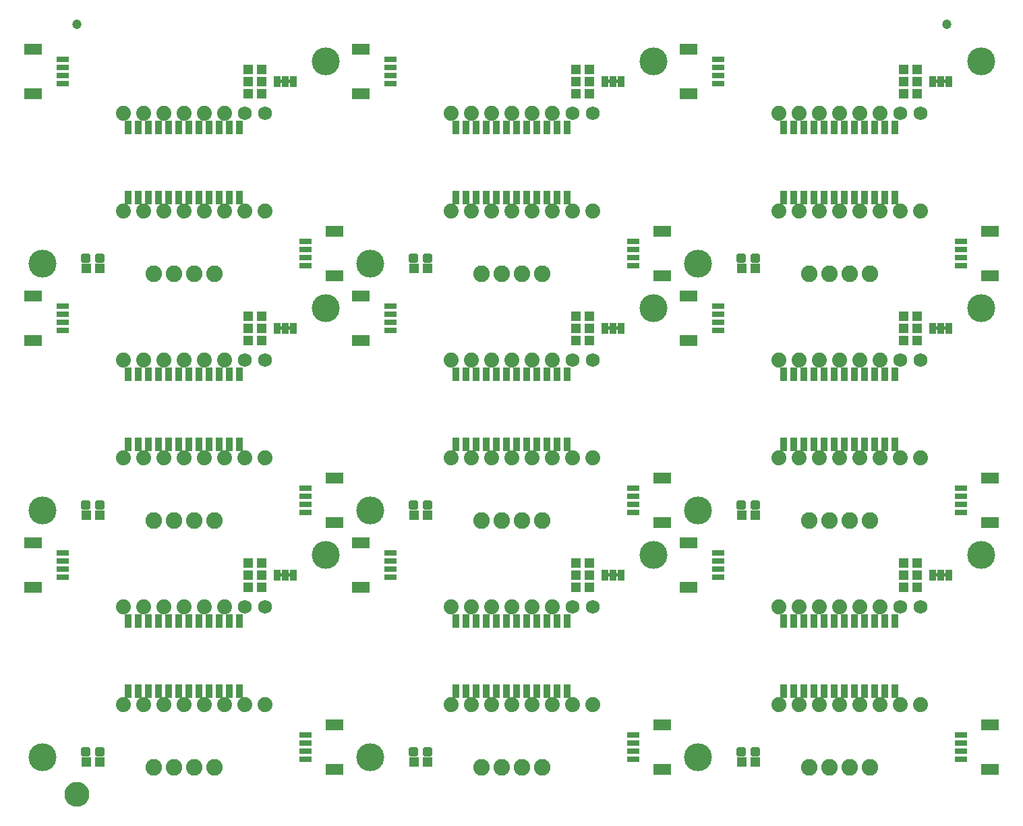
<source format=gts>
G75*
%MOIN*%
%OFA0B0*%
%FSLAX25Y25*%
%IPPOS*%
%LPD*%
%AMOC8*
5,1,8,0,0,1.08239X$1,22.5*
%
%ADD10R,0.05131X0.04737*%
%ADD11C,0.01990*%
%ADD12R,0.03300X0.05800*%
%ADD13C,0.00500*%
%ADD14R,0.08674X0.05524*%
%ADD15R,0.06115X0.03162*%
%ADD16C,0.08200*%
%ADD17C,0.13800*%
%ADD18C,0.07400*%
%ADD19C,0.06800*%
%ADD20R,0.03400X0.06800*%
%ADD21C,0.04737*%
%ADD22C,0.05000*%
%ADD23C,0.06706*%
D10*
X0060404Y0036250D03*
X0067096Y0036250D03*
X0140404Y0122750D03*
X0140404Y0128750D03*
X0147096Y0128750D03*
X0147096Y0122750D03*
X0147096Y0134750D03*
X0140404Y0134750D03*
X0067096Y0158250D03*
X0060404Y0158250D03*
X0140404Y0244750D03*
X0140404Y0250750D03*
X0140404Y0256750D03*
X0147096Y0256750D03*
X0147096Y0250750D03*
X0147096Y0244750D03*
X0222404Y0280250D03*
X0229096Y0280250D03*
X0302404Y0256750D03*
X0302404Y0250750D03*
X0302404Y0244750D03*
X0309096Y0244750D03*
X0309096Y0250750D03*
X0309096Y0256750D03*
X0384404Y0280250D03*
X0391096Y0280250D03*
X0464404Y0256750D03*
X0464404Y0250750D03*
X0464404Y0244750D03*
X0471096Y0244750D03*
X0471096Y0250750D03*
X0471096Y0256750D03*
X0391096Y0158250D03*
X0384404Y0158250D03*
X0309096Y0134750D03*
X0302404Y0134750D03*
X0302404Y0128750D03*
X0302404Y0122750D03*
X0309096Y0122750D03*
X0309096Y0128750D03*
X0229096Y0158250D03*
X0222404Y0158250D03*
X0067096Y0280250D03*
X0060404Y0280250D03*
X0140404Y0366750D03*
X0140404Y0372750D03*
X0147096Y0372750D03*
X0147096Y0366750D03*
X0147096Y0378750D03*
X0140404Y0378750D03*
X0302404Y0378750D03*
X0309096Y0378750D03*
X0309096Y0372750D03*
X0309096Y0366750D03*
X0302404Y0366750D03*
X0302404Y0372750D03*
X0464404Y0372750D03*
X0464404Y0366750D03*
X0471096Y0366750D03*
X0471096Y0372750D03*
X0471096Y0378750D03*
X0464404Y0378750D03*
X0464404Y0134750D03*
X0471096Y0134750D03*
X0471096Y0128750D03*
X0471096Y0122750D03*
X0464404Y0122750D03*
X0464404Y0128750D03*
X0391096Y0036250D03*
X0384404Y0036250D03*
X0229096Y0036250D03*
X0222404Y0036250D03*
D11*
X0220924Y0039877D02*
X0220924Y0042623D01*
X0223670Y0042623D01*
X0223670Y0039877D01*
X0220924Y0039877D01*
X0220924Y0041767D02*
X0223670Y0041767D01*
X0227830Y0042623D02*
X0227830Y0039877D01*
X0227830Y0042623D02*
X0230576Y0042623D01*
X0230576Y0039877D01*
X0227830Y0039877D01*
X0227830Y0041767D02*
X0230576Y0041767D01*
X0382924Y0042623D02*
X0382924Y0039877D01*
X0382924Y0042623D02*
X0385670Y0042623D01*
X0385670Y0039877D01*
X0382924Y0039877D01*
X0382924Y0041767D02*
X0385670Y0041767D01*
X0389830Y0042623D02*
X0389830Y0039877D01*
X0389830Y0042623D02*
X0392576Y0042623D01*
X0392576Y0039877D01*
X0389830Y0039877D01*
X0389830Y0041767D02*
X0392576Y0041767D01*
X0389830Y0161877D02*
X0389830Y0164623D01*
X0392576Y0164623D01*
X0392576Y0161877D01*
X0389830Y0161877D01*
X0389830Y0163767D02*
X0392576Y0163767D01*
X0382924Y0164623D02*
X0382924Y0161877D01*
X0382924Y0164623D02*
X0385670Y0164623D01*
X0385670Y0161877D01*
X0382924Y0161877D01*
X0382924Y0163767D02*
X0385670Y0163767D01*
X0227830Y0164623D02*
X0227830Y0161877D01*
X0227830Y0164623D02*
X0230576Y0164623D01*
X0230576Y0161877D01*
X0227830Y0161877D01*
X0227830Y0163767D02*
X0230576Y0163767D01*
X0220924Y0164623D02*
X0220924Y0161877D01*
X0220924Y0164623D02*
X0223670Y0164623D01*
X0223670Y0161877D01*
X0220924Y0161877D01*
X0220924Y0163767D02*
X0223670Y0163767D01*
X0220924Y0283877D02*
X0220924Y0286623D01*
X0223670Y0286623D01*
X0223670Y0283877D01*
X0220924Y0283877D01*
X0220924Y0285767D02*
X0223670Y0285767D01*
X0227830Y0286623D02*
X0227830Y0283877D01*
X0227830Y0286623D02*
X0230576Y0286623D01*
X0230576Y0283877D01*
X0227830Y0283877D01*
X0227830Y0285767D02*
X0230576Y0285767D01*
X0382924Y0286623D02*
X0382924Y0283877D01*
X0382924Y0286623D02*
X0385670Y0286623D01*
X0385670Y0283877D01*
X0382924Y0283877D01*
X0382924Y0285767D02*
X0385670Y0285767D01*
X0389830Y0286623D02*
X0389830Y0283877D01*
X0389830Y0286623D02*
X0392576Y0286623D01*
X0392576Y0283877D01*
X0389830Y0283877D01*
X0389830Y0285767D02*
X0392576Y0285767D01*
X0065830Y0286623D02*
X0065830Y0283877D01*
X0065830Y0286623D02*
X0068576Y0286623D01*
X0068576Y0283877D01*
X0065830Y0283877D01*
X0065830Y0285767D02*
X0068576Y0285767D01*
X0058924Y0286623D02*
X0058924Y0283877D01*
X0058924Y0286623D02*
X0061670Y0286623D01*
X0061670Y0283877D01*
X0058924Y0283877D01*
X0058924Y0285767D02*
X0061670Y0285767D01*
X0058924Y0164623D02*
X0058924Y0161877D01*
X0058924Y0164623D02*
X0061670Y0164623D01*
X0061670Y0161877D01*
X0058924Y0161877D01*
X0058924Y0163767D02*
X0061670Y0163767D01*
X0065830Y0164623D02*
X0065830Y0161877D01*
X0065830Y0164623D02*
X0068576Y0164623D01*
X0068576Y0161877D01*
X0065830Y0161877D01*
X0065830Y0163767D02*
X0068576Y0163767D01*
X0065830Y0042623D02*
X0065830Y0039877D01*
X0065830Y0042623D02*
X0068576Y0042623D01*
X0068576Y0039877D01*
X0065830Y0039877D01*
X0065830Y0041767D02*
X0068576Y0041767D01*
X0058924Y0042623D02*
X0058924Y0039877D01*
X0058924Y0042623D02*
X0061670Y0042623D01*
X0061670Y0039877D01*
X0058924Y0039877D01*
X0058924Y0041767D02*
X0061670Y0041767D01*
D12*
X0154750Y0128750D03*
X0158750Y0128750D03*
X0162750Y0128750D03*
X0316750Y0128750D03*
X0320750Y0128750D03*
X0324750Y0128750D03*
X0478750Y0128750D03*
X0482750Y0128750D03*
X0486750Y0128750D03*
X0486750Y0250750D03*
X0482750Y0250750D03*
X0478750Y0250750D03*
X0324750Y0250750D03*
X0320750Y0250750D03*
X0316750Y0250750D03*
X0162750Y0250750D03*
X0158750Y0250750D03*
X0154750Y0250750D03*
X0154750Y0372750D03*
X0158750Y0372750D03*
X0162750Y0372750D03*
X0316750Y0372750D03*
X0320750Y0372750D03*
X0324750Y0372750D03*
X0478750Y0372750D03*
X0482750Y0372750D03*
X0486750Y0372750D03*
D13*
X0485500Y0372723D02*
X0480000Y0372723D01*
X0480000Y0372250D02*
X0480000Y0373250D01*
X0485500Y0373250D01*
X0485500Y0372250D01*
X0480000Y0372250D01*
X0480000Y0373221D02*
X0485500Y0373221D01*
X0485500Y0251250D02*
X0480000Y0251250D01*
X0480000Y0250250D01*
X0485500Y0250250D01*
X0485500Y0251250D01*
X0485500Y0251086D02*
X0480000Y0251086D01*
X0480000Y0250588D02*
X0485500Y0250588D01*
X0485500Y0129250D02*
X0480000Y0129250D01*
X0480000Y0128250D01*
X0485500Y0128250D01*
X0485500Y0129250D01*
X0485500Y0128951D02*
X0480000Y0128951D01*
X0480000Y0128452D02*
X0485500Y0128452D01*
X0323500Y0128452D02*
X0318000Y0128452D01*
X0318000Y0128250D02*
X0318000Y0129250D01*
X0323500Y0129250D01*
X0323500Y0128250D01*
X0318000Y0128250D01*
X0318000Y0128951D02*
X0323500Y0128951D01*
X0161500Y0128951D02*
X0156000Y0128951D01*
X0156000Y0129250D02*
X0156000Y0128250D01*
X0161500Y0128250D01*
X0161500Y0129250D01*
X0156000Y0129250D01*
X0156000Y0128452D02*
X0161500Y0128452D01*
X0161500Y0250250D02*
X0156000Y0250250D01*
X0156000Y0251250D01*
X0161500Y0251250D01*
X0161500Y0250250D01*
X0161500Y0250588D02*
X0156000Y0250588D01*
X0156000Y0251086D02*
X0161500Y0251086D01*
X0318000Y0251086D02*
X0323500Y0251086D01*
X0323500Y0251250D02*
X0323500Y0250250D01*
X0318000Y0250250D01*
X0318000Y0251250D01*
X0323500Y0251250D01*
X0323500Y0250588D02*
X0318000Y0250588D01*
X0318000Y0372250D02*
X0318000Y0373250D01*
X0323500Y0373250D01*
X0323500Y0372250D01*
X0318000Y0372250D01*
X0318000Y0372723D02*
X0323500Y0372723D01*
X0323500Y0373221D02*
X0318000Y0373221D01*
X0161500Y0373221D02*
X0156000Y0373221D01*
X0156000Y0373250D02*
X0156000Y0372250D01*
X0161500Y0372250D01*
X0161500Y0373250D01*
X0156000Y0373250D01*
X0156000Y0372723D02*
X0161500Y0372723D01*
D14*
X0196281Y0366726D03*
X0196281Y0388774D03*
X0183219Y0298774D03*
X0183219Y0276726D03*
X0196281Y0266774D03*
X0196281Y0244726D03*
X0183219Y0176774D03*
X0183219Y0154726D03*
X0196281Y0144774D03*
X0196281Y0122726D03*
X0183219Y0054774D03*
X0183219Y0032726D03*
X0034281Y0122726D03*
X0034281Y0144774D03*
X0034281Y0244726D03*
X0034281Y0266774D03*
X0034281Y0366726D03*
X0034281Y0388774D03*
X0345219Y0298774D03*
X0345219Y0276726D03*
X0358281Y0266774D03*
X0358281Y0244726D03*
X0345219Y0176774D03*
X0345219Y0154726D03*
X0358281Y0144774D03*
X0358281Y0122726D03*
X0345219Y0054774D03*
X0345219Y0032726D03*
X0507219Y0032726D03*
X0507219Y0054774D03*
X0507219Y0154726D03*
X0507219Y0176774D03*
X0507219Y0276726D03*
X0507219Y0298774D03*
X0358281Y0366726D03*
X0358281Y0388774D03*
D15*
X0372750Y0383656D03*
X0372750Y0379719D03*
X0372750Y0375781D03*
X0372750Y0371844D03*
X0330750Y0293656D03*
X0330750Y0289719D03*
X0330750Y0285781D03*
X0330750Y0281844D03*
X0372750Y0261656D03*
X0372750Y0257719D03*
X0372750Y0253781D03*
X0372750Y0249844D03*
X0330750Y0171656D03*
X0330750Y0167719D03*
X0330750Y0163781D03*
X0330750Y0159844D03*
X0372750Y0139656D03*
X0372750Y0135719D03*
X0372750Y0131781D03*
X0372750Y0127844D03*
X0330750Y0049656D03*
X0330750Y0045719D03*
X0330750Y0041781D03*
X0330750Y0037844D03*
X0210750Y0127844D03*
X0210750Y0131781D03*
X0210750Y0135719D03*
X0210750Y0139656D03*
X0168750Y0159844D03*
X0168750Y0163781D03*
X0168750Y0167719D03*
X0168750Y0171656D03*
X0210750Y0249844D03*
X0210750Y0253781D03*
X0210750Y0257719D03*
X0210750Y0261656D03*
X0168750Y0281844D03*
X0168750Y0285781D03*
X0168750Y0289719D03*
X0168750Y0293656D03*
X0210750Y0371844D03*
X0210750Y0375781D03*
X0210750Y0379719D03*
X0210750Y0383656D03*
X0048750Y0383656D03*
X0048750Y0379719D03*
X0048750Y0375781D03*
X0048750Y0371844D03*
X0048750Y0261656D03*
X0048750Y0257719D03*
X0048750Y0253781D03*
X0048750Y0249844D03*
X0048750Y0139656D03*
X0048750Y0135719D03*
X0048750Y0131781D03*
X0048750Y0127844D03*
X0168750Y0049656D03*
X0168750Y0045719D03*
X0168750Y0041781D03*
X0168750Y0037844D03*
X0492750Y0037844D03*
X0492750Y0041781D03*
X0492750Y0045719D03*
X0492750Y0049656D03*
X0492750Y0159844D03*
X0492750Y0163781D03*
X0492750Y0167719D03*
X0492750Y0171656D03*
X0492750Y0281844D03*
X0492750Y0285781D03*
X0492750Y0289719D03*
X0492750Y0293656D03*
D16*
X0447750Y0277750D03*
X0437750Y0277750D03*
X0427750Y0277750D03*
X0417750Y0277750D03*
X0285750Y0277750D03*
X0275750Y0277750D03*
X0265750Y0277750D03*
X0255750Y0277750D03*
X0123750Y0277750D03*
X0113750Y0277750D03*
X0103750Y0277750D03*
X0093750Y0277750D03*
X0093750Y0155750D03*
X0103750Y0155750D03*
X0113750Y0155750D03*
X0123750Y0155750D03*
X0255750Y0155750D03*
X0265750Y0155750D03*
X0275750Y0155750D03*
X0285750Y0155750D03*
X0417750Y0155750D03*
X0427750Y0155750D03*
X0437750Y0155750D03*
X0447750Y0155750D03*
X0447750Y0033750D03*
X0437750Y0033750D03*
X0427750Y0033750D03*
X0417750Y0033750D03*
X0285750Y0033750D03*
X0275750Y0033750D03*
X0265750Y0033750D03*
X0255750Y0033750D03*
X0123750Y0033750D03*
X0113750Y0033750D03*
X0103750Y0033750D03*
X0093750Y0033750D03*
D17*
X0038750Y0038750D03*
X0178750Y0138750D03*
X0200750Y0160750D03*
X0178750Y0260750D03*
X0200750Y0282750D03*
X0178750Y0382750D03*
X0038750Y0282750D03*
X0038750Y0160750D03*
X0200750Y0038750D03*
X0340750Y0138750D03*
X0362750Y0160750D03*
X0340750Y0260750D03*
X0362750Y0282750D03*
X0340750Y0382750D03*
X0502750Y0382750D03*
X0502750Y0260750D03*
X0502750Y0138750D03*
X0362750Y0038750D03*
D18*
X0402821Y0064766D03*
X0412821Y0064766D03*
X0422821Y0064766D03*
X0432821Y0064766D03*
X0442821Y0064766D03*
X0452821Y0064766D03*
X0462821Y0064766D03*
X0472821Y0064766D03*
X0452821Y0112955D03*
X0442821Y0112955D03*
X0432821Y0112955D03*
X0422821Y0112955D03*
X0412821Y0112955D03*
X0402821Y0112955D03*
X0310821Y0064766D03*
X0300821Y0064766D03*
X0290821Y0064766D03*
X0280821Y0064766D03*
X0270821Y0064766D03*
X0260821Y0064766D03*
X0250821Y0064766D03*
X0240821Y0064766D03*
X0240821Y0112955D03*
X0250821Y0112955D03*
X0260821Y0112955D03*
X0270821Y0112955D03*
X0280821Y0112955D03*
X0290821Y0112955D03*
X0290821Y0186766D03*
X0300821Y0186766D03*
X0310821Y0186766D03*
X0280821Y0186766D03*
X0270821Y0186766D03*
X0260821Y0186766D03*
X0250821Y0186766D03*
X0240821Y0186766D03*
X0240821Y0234955D03*
X0250821Y0234955D03*
X0260821Y0234955D03*
X0270821Y0234955D03*
X0280821Y0234955D03*
X0290821Y0234955D03*
X0290821Y0308766D03*
X0300821Y0308766D03*
X0310821Y0308766D03*
X0280821Y0308766D03*
X0270821Y0308766D03*
X0260821Y0308766D03*
X0250821Y0308766D03*
X0240821Y0308766D03*
X0240821Y0356955D03*
X0250821Y0356955D03*
X0260821Y0356955D03*
X0270821Y0356955D03*
X0280821Y0356955D03*
X0290821Y0356955D03*
X0402821Y0356955D03*
X0412821Y0356955D03*
X0422821Y0356955D03*
X0432821Y0356955D03*
X0442821Y0356955D03*
X0452821Y0356955D03*
X0452821Y0308766D03*
X0462821Y0308766D03*
X0472821Y0308766D03*
X0442821Y0308766D03*
X0432821Y0308766D03*
X0422821Y0308766D03*
X0412821Y0308766D03*
X0402821Y0308766D03*
X0402821Y0234955D03*
X0412821Y0234955D03*
X0422821Y0234955D03*
X0432821Y0234955D03*
X0442821Y0234955D03*
X0452821Y0234955D03*
X0452821Y0186766D03*
X0462821Y0186766D03*
X0472821Y0186766D03*
X0442821Y0186766D03*
X0432821Y0186766D03*
X0422821Y0186766D03*
X0412821Y0186766D03*
X0402821Y0186766D03*
X0148821Y0186766D03*
X0138821Y0186766D03*
X0128821Y0186766D03*
X0118821Y0186766D03*
X0108821Y0186766D03*
X0098821Y0186766D03*
X0088821Y0186766D03*
X0078821Y0186766D03*
X0078821Y0234955D03*
X0088821Y0234955D03*
X0098821Y0234955D03*
X0108821Y0234955D03*
X0118821Y0234955D03*
X0128821Y0234955D03*
X0128821Y0308766D03*
X0118821Y0308766D03*
X0108821Y0308766D03*
X0098821Y0308766D03*
X0088821Y0308766D03*
X0078821Y0308766D03*
X0138821Y0308766D03*
X0148821Y0308766D03*
X0128821Y0356955D03*
X0118821Y0356955D03*
X0108821Y0356955D03*
X0098821Y0356955D03*
X0088821Y0356955D03*
X0078821Y0356955D03*
X0078821Y0112955D03*
X0088821Y0112955D03*
X0098821Y0112955D03*
X0108821Y0112955D03*
X0118821Y0112955D03*
X0128821Y0112955D03*
X0128821Y0064766D03*
X0118821Y0064766D03*
X0108821Y0064766D03*
X0098821Y0064766D03*
X0088821Y0064766D03*
X0078821Y0064766D03*
X0138821Y0064766D03*
X0148821Y0064766D03*
D19*
X0148821Y0112955D03*
X0138821Y0112955D03*
X0138821Y0234955D03*
X0148821Y0234955D03*
X0300821Y0234955D03*
X0310821Y0234955D03*
X0462821Y0234955D03*
X0472821Y0234955D03*
X0472821Y0112955D03*
X0462821Y0112955D03*
X0310821Y0112955D03*
X0300821Y0112955D03*
X0300821Y0356955D03*
X0310821Y0356955D03*
X0462821Y0356955D03*
X0472821Y0356955D03*
X0148821Y0356955D03*
X0138821Y0356955D03*
D20*
X0136250Y0350000D03*
X0131250Y0350000D03*
X0126250Y0350000D03*
X0121250Y0350000D03*
X0116250Y0350000D03*
X0111250Y0350000D03*
X0106250Y0350000D03*
X0101250Y0350000D03*
X0096250Y0350000D03*
X0091250Y0350000D03*
X0086250Y0350000D03*
X0081250Y0350000D03*
X0081250Y0315500D03*
X0086250Y0315500D03*
X0091250Y0315500D03*
X0096250Y0315500D03*
X0101250Y0315500D03*
X0106250Y0315500D03*
X0111250Y0315500D03*
X0116250Y0315500D03*
X0121250Y0315500D03*
X0126250Y0315500D03*
X0131250Y0315500D03*
X0136250Y0315500D03*
X0243250Y0315500D03*
X0248250Y0315500D03*
X0253250Y0315500D03*
X0258250Y0315500D03*
X0263250Y0315500D03*
X0268250Y0315500D03*
X0273250Y0315500D03*
X0278250Y0315500D03*
X0283250Y0315500D03*
X0288250Y0315500D03*
X0293250Y0315500D03*
X0298250Y0315500D03*
X0298250Y0350000D03*
X0293250Y0350000D03*
X0288250Y0350000D03*
X0283250Y0350000D03*
X0278250Y0350000D03*
X0273250Y0350000D03*
X0268250Y0350000D03*
X0263250Y0350000D03*
X0258250Y0350000D03*
X0253250Y0350000D03*
X0248250Y0350000D03*
X0243250Y0350000D03*
X0243250Y0228000D03*
X0248250Y0228000D03*
X0253250Y0228000D03*
X0258250Y0228000D03*
X0263250Y0228000D03*
X0268250Y0228000D03*
X0273250Y0228000D03*
X0278250Y0228000D03*
X0283250Y0228000D03*
X0288250Y0228000D03*
X0293250Y0228000D03*
X0298250Y0228000D03*
X0298250Y0193500D03*
X0293250Y0193500D03*
X0288250Y0193500D03*
X0283250Y0193500D03*
X0278250Y0193500D03*
X0273250Y0193500D03*
X0268250Y0193500D03*
X0263250Y0193500D03*
X0258250Y0193500D03*
X0253250Y0193500D03*
X0248250Y0193500D03*
X0243250Y0193500D03*
X0136250Y0193500D03*
X0131250Y0193500D03*
X0126250Y0193500D03*
X0121250Y0193500D03*
X0116250Y0193500D03*
X0111250Y0193500D03*
X0106250Y0193500D03*
X0101250Y0193500D03*
X0096250Y0193500D03*
X0091250Y0193500D03*
X0086250Y0193500D03*
X0081250Y0193500D03*
X0081250Y0228000D03*
X0086250Y0228000D03*
X0091250Y0228000D03*
X0096250Y0228000D03*
X0101250Y0228000D03*
X0106250Y0228000D03*
X0111250Y0228000D03*
X0116250Y0228000D03*
X0121250Y0228000D03*
X0126250Y0228000D03*
X0131250Y0228000D03*
X0136250Y0228000D03*
X0136250Y0106000D03*
X0131250Y0106000D03*
X0126250Y0106000D03*
X0121250Y0106000D03*
X0116250Y0106000D03*
X0111250Y0106000D03*
X0106250Y0106000D03*
X0101250Y0106000D03*
X0096250Y0106000D03*
X0091250Y0106000D03*
X0086250Y0106000D03*
X0081250Y0106000D03*
X0081250Y0071500D03*
X0086250Y0071500D03*
X0091250Y0071500D03*
X0096250Y0071500D03*
X0101250Y0071500D03*
X0106250Y0071500D03*
X0111250Y0071500D03*
X0116250Y0071500D03*
X0121250Y0071500D03*
X0126250Y0071500D03*
X0131250Y0071500D03*
X0136250Y0071500D03*
X0243250Y0071500D03*
X0248250Y0071500D03*
X0253250Y0071500D03*
X0258250Y0071500D03*
X0263250Y0071500D03*
X0268250Y0071500D03*
X0273250Y0071500D03*
X0278250Y0071500D03*
X0283250Y0071500D03*
X0288250Y0071500D03*
X0293250Y0071500D03*
X0298250Y0071500D03*
X0298250Y0106000D03*
X0293250Y0106000D03*
X0288250Y0106000D03*
X0283250Y0106000D03*
X0278250Y0106000D03*
X0273250Y0106000D03*
X0268250Y0106000D03*
X0263250Y0106000D03*
X0258250Y0106000D03*
X0253250Y0106000D03*
X0248250Y0106000D03*
X0243250Y0106000D03*
X0405250Y0106000D03*
X0410250Y0106000D03*
X0415250Y0106000D03*
X0420250Y0106000D03*
X0425250Y0106000D03*
X0430250Y0106000D03*
X0435250Y0106000D03*
X0440250Y0106000D03*
X0445250Y0106000D03*
X0450250Y0106000D03*
X0455250Y0106000D03*
X0460250Y0106000D03*
X0460250Y0071500D03*
X0455250Y0071500D03*
X0450250Y0071500D03*
X0445250Y0071500D03*
X0440250Y0071500D03*
X0435250Y0071500D03*
X0430250Y0071500D03*
X0425250Y0071500D03*
X0420250Y0071500D03*
X0415250Y0071500D03*
X0410250Y0071500D03*
X0405250Y0071500D03*
X0405250Y0193500D03*
X0410250Y0193500D03*
X0415250Y0193500D03*
X0420250Y0193500D03*
X0425250Y0193500D03*
X0430250Y0193500D03*
X0435250Y0193500D03*
X0440250Y0193500D03*
X0445250Y0193500D03*
X0450250Y0193500D03*
X0455250Y0193500D03*
X0460250Y0193500D03*
X0460250Y0228000D03*
X0455250Y0228000D03*
X0450250Y0228000D03*
X0445250Y0228000D03*
X0440250Y0228000D03*
X0435250Y0228000D03*
X0430250Y0228000D03*
X0425250Y0228000D03*
X0420250Y0228000D03*
X0415250Y0228000D03*
X0410250Y0228000D03*
X0405250Y0228000D03*
X0405250Y0315500D03*
X0410250Y0315500D03*
X0415250Y0315500D03*
X0420250Y0315500D03*
X0425250Y0315500D03*
X0430250Y0315500D03*
X0435250Y0315500D03*
X0440250Y0315500D03*
X0445250Y0315500D03*
X0450250Y0315500D03*
X0455250Y0315500D03*
X0460250Y0315500D03*
X0460250Y0350000D03*
X0455250Y0350000D03*
X0450250Y0350000D03*
X0445250Y0350000D03*
X0440250Y0350000D03*
X0435250Y0350000D03*
X0430250Y0350000D03*
X0425250Y0350000D03*
X0420250Y0350000D03*
X0415250Y0350000D03*
X0410250Y0350000D03*
X0405250Y0350000D03*
D21*
X0485750Y0401000D03*
X0055750Y0401000D03*
D22*
X0052185Y0020500D02*
X0052187Y0020619D01*
X0052193Y0020738D01*
X0052203Y0020857D01*
X0052217Y0020975D01*
X0052235Y0021093D01*
X0052256Y0021210D01*
X0052282Y0021326D01*
X0052312Y0021442D01*
X0052345Y0021556D01*
X0052382Y0021669D01*
X0052423Y0021781D01*
X0052468Y0021892D01*
X0052516Y0022001D01*
X0052568Y0022108D01*
X0052624Y0022213D01*
X0052683Y0022317D01*
X0052745Y0022418D01*
X0052811Y0022518D01*
X0052880Y0022615D01*
X0052952Y0022709D01*
X0053028Y0022802D01*
X0053106Y0022891D01*
X0053187Y0022978D01*
X0053272Y0023063D01*
X0053359Y0023144D01*
X0053448Y0023222D01*
X0053541Y0023298D01*
X0053635Y0023370D01*
X0053732Y0023439D01*
X0053832Y0023505D01*
X0053933Y0023567D01*
X0054037Y0023626D01*
X0054142Y0023682D01*
X0054249Y0023734D01*
X0054358Y0023782D01*
X0054469Y0023827D01*
X0054581Y0023868D01*
X0054694Y0023905D01*
X0054808Y0023938D01*
X0054924Y0023968D01*
X0055040Y0023994D01*
X0055157Y0024015D01*
X0055275Y0024033D01*
X0055393Y0024047D01*
X0055512Y0024057D01*
X0055631Y0024063D01*
X0055750Y0024065D01*
X0055869Y0024063D01*
X0055988Y0024057D01*
X0056107Y0024047D01*
X0056225Y0024033D01*
X0056343Y0024015D01*
X0056460Y0023994D01*
X0056576Y0023968D01*
X0056692Y0023938D01*
X0056806Y0023905D01*
X0056919Y0023868D01*
X0057031Y0023827D01*
X0057142Y0023782D01*
X0057251Y0023734D01*
X0057358Y0023682D01*
X0057463Y0023626D01*
X0057567Y0023567D01*
X0057668Y0023505D01*
X0057768Y0023439D01*
X0057865Y0023370D01*
X0057959Y0023298D01*
X0058052Y0023222D01*
X0058141Y0023144D01*
X0058228Y0023063D01*
X0058313Y0022978D01*
X0058394Y0022891D01*
X0058472Y0022802D01*
X0058548Y0022709D01*
X0058620Y0022615D01*
X0058689Y0022518D01*
X0058755Y0022418D01*
X0058817Y0022317D01*
X0058876Y0022213D01*
X0058932Y0022108D01*
X0058984Y0022001D01*
X0059032Y0021892D01*
X0059077Y0021781D01*
X0059118Y0021669D01*
X0059155Y0021556D01*
X0059188Y0021442D01*
X0059218Y0021326D01*
X0059244Y0021210D01*
X0059265Y0021093D01*
X0059283Y0020975D01*
X0059297Y0020857D01*
X0059307Y0020738D01*
X0059313Y0020619D01*
X0059315Y0020500D01*
X0059313Y0020381D01*
X0059307Y0020262D01*
X0059297Y0020143D01*
X0059283Y0020025D01*
X0059265Y0019907D01*
X0059244Y0019790D01*
X0059218Y0019674D01*
X0059188Y0019558D01*
X0059155Y0019444D01*
X0059118Y0019331D01*
X0059077Y0019219D01*
X0059032Y0019108D01*
X0058984Y0018999D01*
X0058932Y0018892D01*
X0058876Y0018787D01*
X0058817Y0018683D01*
X0058755Y0018582D01*
X0058689Y0018482D01*
X0058620Y0018385D01*
X0058548Y0018291D01*
X0058472Y0018198D01*
X0058394Y0018109D01*
X0058313Y0018022D01*
X0058228Y0017937D01*
X0058141Y0017856D01*
X0058052Y0017778D01*
X0057959Y0017702D01*
X0057865Y0017630D01*
X0057768Y0017561D01*
X0057668Y0017495D01*
X0057567Y0017433D01*
X0057463Y0017374D01*
X0057358Y0017318D01*
X0057251Y0017266D01*
X0057142Y0017218D01*
X0057031Y0017173D01*
X0056919Y0017132D01*
X0056806Y0017095D01*
X0056692Y0017062D01*
X0056576Y0017032D01*
X0056460Y0017006D01*
X0056343Y0016985D01*
X0056225Y0016967D01*
X0056107Y0016953D01*
X0055988Y0016943D01*
X0055869Y0016937D01*
X0055750Y0016935D01*
X0055631Y0016937D01*
X0055512Y0016943D01*
X0055393Y0016953D01*
X0055275Y0016967D01*
X0055157Y0016985D01*
X0055040Y0017006D01*
X0054924Y0017032D01*
X0054808Y0017062D01*
X0054694Y0017095D01*
X0054581Y0017132D01*
X0054469Y0017173D01*
X0054358Y0017218D01*
X0054249Y0017266D01*
X0054142Y0017318D01*
X0054037Y0017374D01*
X0053933Y0017433D01*
X0053832Y0017495D01*
X0053732Y0017561D01*
X0053635Y0017630D01*
X0053541Y0017702D01*
X0053448Y0017778D01*
X0053359Y0017856D01*
X0053272Y0017937D01*
X0053187Y0018022D01*
X0053106Y0018109D01*
X0053028Y0018198D01*
X0052952Y0018291D01*
X0052880Y0018385D01*
X0052811Y0018482D01*
X0052745Y0018582D01*
X0052683Y0018683D01*
X0052624Y0018787D01*
X0052568Y0018892D01*
X0052516Y0018999D01*
X0052468Y0019108D01*
X0052423Y0019219D01*
X0052382Y0019331D01*
X0052345Y0019444D01*
X0052312Y0019558D01*
X0052282Y0019674D01*
X0052256Y0019790D01*
X0052235Y0019907D01*
X0052217Y0020025D01*
X0052203Y0020143D01*
X0052193Y0020262D01*
X0052187Y0020381D01*
X0052185Y0020500D01*
D23*
X0055750Y0020500D03*
M02*

</source>
